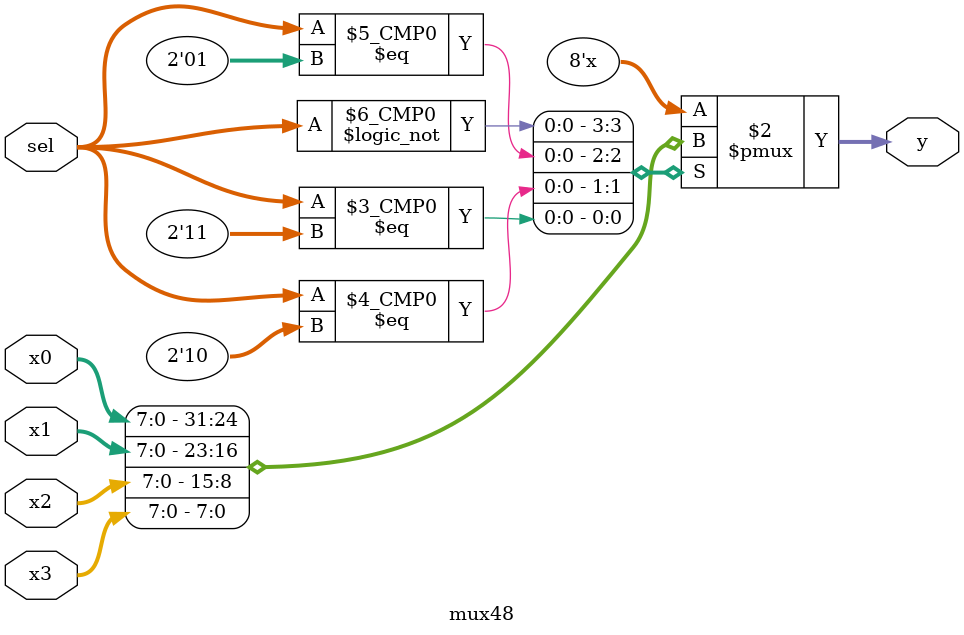
<source format=v>
`timescale 1ns / 1ps


module mux48(
    input [7:0] x0,
    input [7:0] x1,
    input [7:0] x2,
    input [7:0] x3,
    input [1:0] sel,
    output reg [7:0] y
    );
    always @ (x0 or x1 or x2 or x3 or sel)
      case(sel)
      2'd0: y=x0;
      2'd1: y=x1;
      2'd2: y=x2;
      2'd3: y=x3;
      endcase
endmodule

</source>
